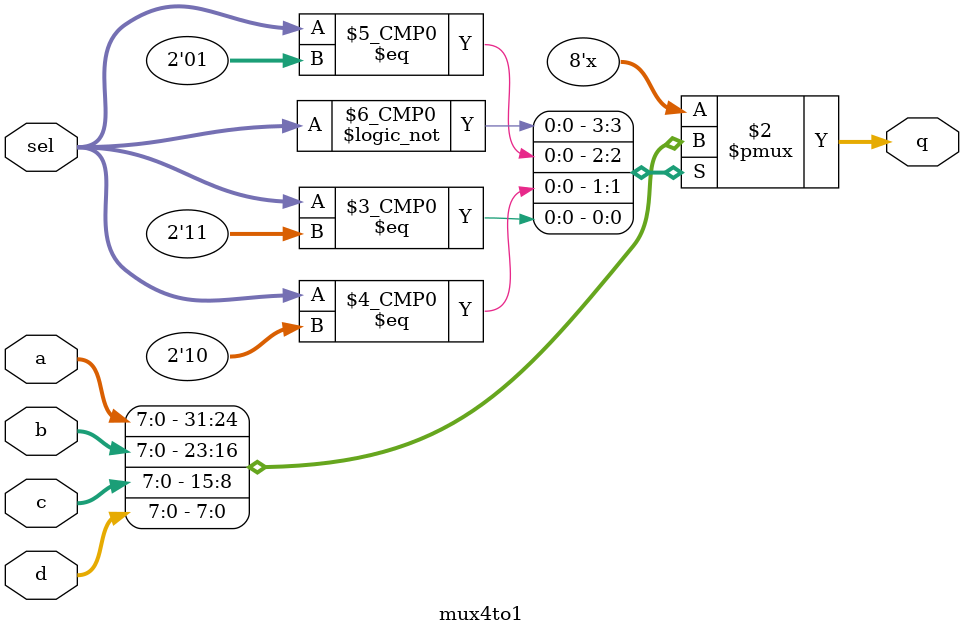
<source format=sv>
module mux4to1 (
  input [7:0]a,b,c,d,
  input [1:0]sel,
  output reg [7:0]q);
  
  always @(*) begin
    case (sel) 
      2'b00: q <= a;
      2'b01: q <= b;
      2'b10: q <= c;
      2'b11: q <= d;
      
    endcase
  end
      
      endmodule
</source>
